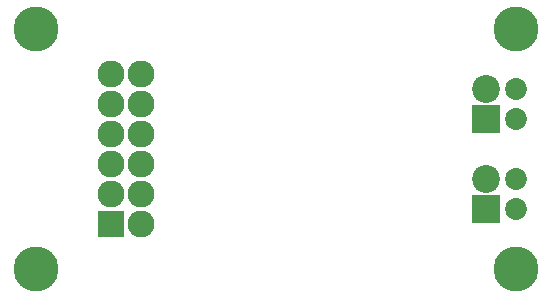
<source format=gbs>
G04 (created by PCBNEW-RS274X (2011-07-19)-testing) date Tue 25 Oct 2011 10:28:57 AM PDT*
G01*
G70*
G90*
%MOIN*%
G04 Gerber Fmt 3.4, Leading zero omitted, Abs format*
%FSLAX34Y34*%
G04 APERTURE LIST*
%ADD10C,0.006000*%
%ADD11C,0.150000*%
%ADD12R,0.090000X0.090000*%
%ADD13C,0.090000*%
%ADD14C,0.093000*%
%ADD15R,0.093000X0.093000*%
%ADD16C,0.073000*%
G04 APERTURE END LIST*
G54D10*
G54D11*
X67000Y-21000D03*
X51000Y-21000D03*
X67000Y-29000D03*
X51000Y-29000D03*
G54D12*
X53500Y-27500D03*
G54D13*
X54500Y-27500D03*
X53500Y-26500D03*
X54500Y-26500D03*
X53500Y-25500D03*
X54500Y-25500D03*
X53500Y-24500D03*
X54500Y-24500D03*
X53500Y-23500D03*
X54500Y-23500D03*
X53500Y-22500D03*
X54500Y-22500D03*
G54D14*
X66000Y-23000D03*
G54D15*
X66000Y-24000D03*
G54D16*
X67000Y-24000D03*
X67000Y-23000D03*
G54D14*
X66000Y-26000D03*
G54D15*
X66000Y-27000D03*
G54D16*
X67000Y-27000D03*
X67000Y-26000D03*
M02*

</source>
